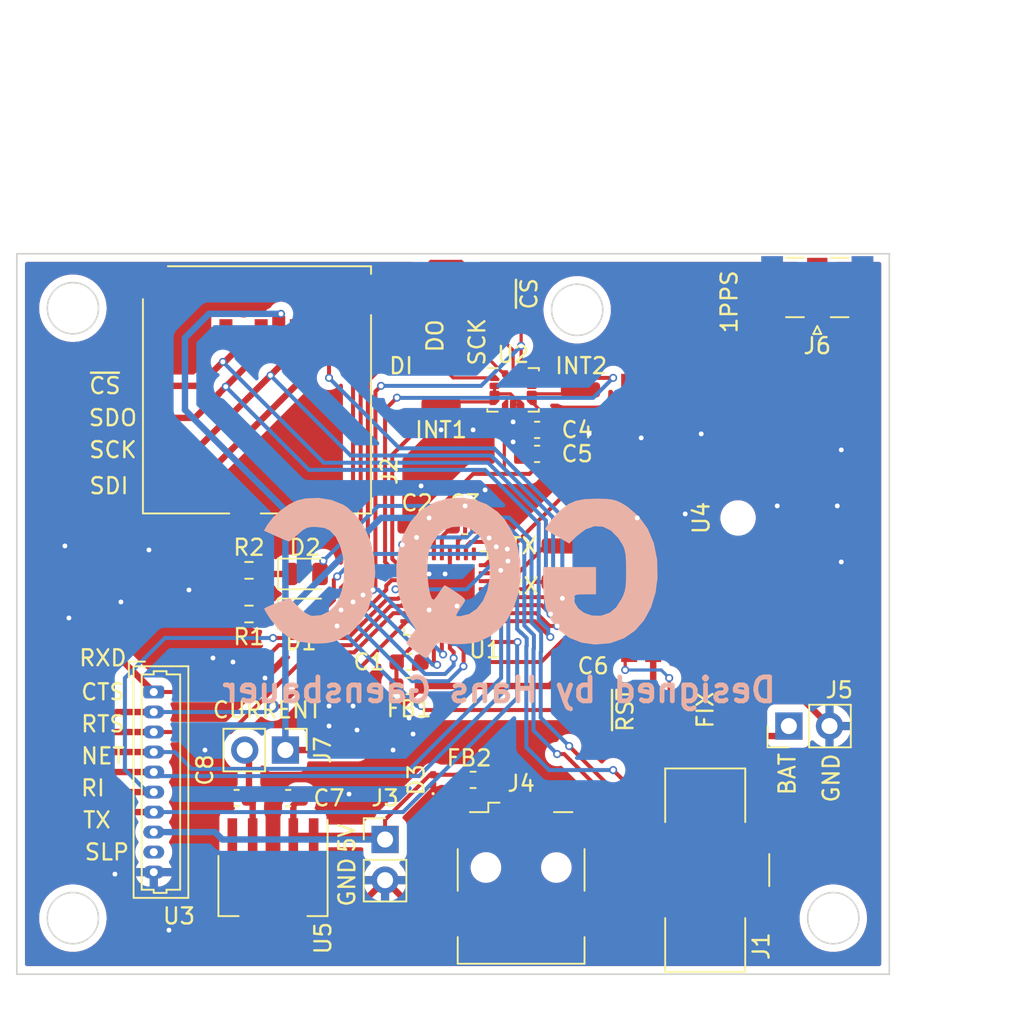
<source format=kicad_pcb>
(kicad_pcb (version 20211014) (generator pcbnew)
  (title_block (title "AATR Sensor") (date "2022-05-25") (rev "1") (company "GQC Atmospherics") (comment 1 "Designed by Hans Gaensbauer"))
  (layers (0 "F.Cu" signal) (31 "B.Cu" signal) (34 "B.Paste" user) (35 "F.Paste" user) (36 "B.SilkS" user "B.Silkscreen") (37 "F.SilkS" user "F.Silkscreen") (38 "B.Mask" user) (39 "F.Mask" user) (44 "Edge.Cuts" user))
  (net 0 "")
  (net 2 "/~{CS}")
  (net 3 "/SC1_SDO")
  (net 4 "+3V3")
  (net 5 "/SC1_SCK")
  (net 6 "GND")
  (net 7 "/SC1_SDI")
  (net 10 "/IMU_INT1")
  (net 11 "/IMU_INT2")
  (net 12 "/GPS_~{RST}")
  (net 13 "/GPS_1PPS")
  (net 14 "/SC0_TXD")
  (net 15 "/SC0_RXD")
  (net 16 "/SC0_RTS")
  (net 17 "/SC0_CTS")
  (net 18 "Net-(C1-Pad1)")
  (net 19 "/SC2_DI")
  (net 20 "/SC2_~{CS}")
  (net 21 "/SC2_DO")
  (net 22 "/SC2_SCK")
  (net 23 "/RB_SLP")
  (net 24 "/SC3_RXD")
  (net 25 "/SC3_TXD")
  (net 26 "/RB_NET")
  (net 27 "/RB_RI")
  (net 28 "Net-(D1-Pad2)")
  (net 29 "/~{SRST}")
  (net 30 "Net-(D2-Pad2)")
  (net 31 "Net-(C3-Pad1)")
  (net 32 "/SWCLK")
  (net 33 "/SWDIO")
  (net 36 "+5V")
  (net 37 "Net-(C8-Pad2)")
  (net 38 "Net-(D1-Pad1)")
  (net 39 "Net-(D2-Pad1)")
  (net 40 "Net-(FB2-Pad1)")
  (net 48 "Net-(J5-Pad1)")
  (net 49 "Net-(J6-Pad1)")
  (net 51 "/GPS_FIX")
  (footprint "Connector_PinHeader_2.54mm:PinHeader_1x02_P2.54mm_Vertical" (layer "F.Cu") (at 145.1 101.75 90)
    (fp_text reference "J5")
    (fp_text value "Conn_01x02_Male")
  )
  (footprint "GQC:RCU-0603" (layer "F.Cu") (at 99.375 103.625)
    (fp_text reference "TP21" hide)
    (fp_text value "TestPoint")
  )
  (footprint "Connector_PinHeader_2.54mm:PinHeader_1x02_P2.54mm_Vertical" (layer "F.Cu") (at 113.65 103.25 -90)
    (fp_text reference "J7")
    (fp_text value "Conn_01x02_Male")
  )
  (footprint "GQC:RCU-0603" (layer "F.Cu") (at 139.875 75.25 -90)
    (fp_text reference "TP4" hide)
    (fp_text value "TestPoint")
  )
  (footprint "Capacitor_SMD:C_0603_1608Metric" (layer "F.Cu") (at 124.875 89.25)
    (fp_text reference "C3")
    (fp_text value "1u")
  )
  (footprint "GQC:RCU-0603" (layer "F.Cu") (at 130.875 90.5)
    (fp_text reference "TP20" hide)
    (fp_text value "TestPoint")
  )
  (footprint "Capacitor_SMD:C_0603_1608Metric" (layer "F.Cu") (at 129.375 84.75)
    (fp_text reference "C5")
    (fp_text value "100n")
  )
  (footprint "GQC:RCU-0603" (layer "F.Cu") (at 99.375 99.625)
    (fp_text reference "TP8" hide)
    (fp_text value "TestPoint")
  )
  (footprint "Resistor_SMD:R_0603_1608Metric" (layer "F.Cu") (at 111.375 94.75 180)
    (fp_text reference "R1")
    (fp_text value "1k")
  )
  (footprint "GQC:RCU-0603" (layer "F.Cu") (at 99.625 84.5)
    (fp_text reference "TP16" hide)
    (fp_text value "TestPoint")
  )
  (footprint "GQC:RCU-0603" (layer "F.Cu") (at 99.375 101.625)
    (fp_text reference "TP7" hide)
    (fp_text value "TestPoint")
  )
  (footprint "GQC:RCU-0603" (layer "F.Cu") (at 130.875 92.75)
    (fp_text reference "TP19" hide)
    (fp_text value "TestPoint")
  )
  (footprint "GQC:USB_Mini-B_Wuerth_65100516121_Horizontal" (layer "F.Cu") (at 128.375 110.5875)
    (fp_text reference "J4")
    (fp_text value "USB_B_Mini")
  )
  (footprint "Inductor_SMD:L_0603_1608Metric" (layer "F.Cu") (at 125.375 105.1125 180)
    (fp_text reference "FB2")
    (fp_text value "FerriteBead_Small")
  )
  (footprint "Capacitor_SMD:C_0603_1608Metric" (layer "F.Cu") (at 132.875 95.75 -90)
    (fp_text reference "C6")
    (fp_text value "100n")
  )
  (footprint "Package_LGA:LGA-14_3x2.5mm_P0.5mm_LayoutBorder3x4y" (layer "F.Cu") (at 127.875 80.75)
    (fp_text reference "U2")
    (fp_text value "LSM6DSO32TR")
  )
  (footprint "GQC:FGPMMOPA6H" (layer "F.Cu") (at 141.875 88.75 90)
    (fp_text reference "U4")
    (fp_text value "PA1616S")
  )
  (footprint "GQC:RCU-0603" (layer "F.Cu") (at 125 74.75 90)
    (fp_text reference "TP12" hide)
    (fp_text value "TestPoint")
  )
  (footprint "GQC:RCU-0603" (layer "F.Cu") (at 99.375 107.625)
    (fp_text reference "TP5" hide)
    (fp_text value "TestPoint")
  )
  (footprint "GQC:RCU-0603" (layer "F.Cu") (at 123.375 79.25 180)
    (fp_text reference "TP9" hide)
    (fp_text value "TestPoint")
  )
  (footprint "Resistor_SMD:R_0603_1608Metric" (layer "F.Cu") (at 111.375 92.025)
    (fp_text reference "R2")
    (fp_text value "1k")
  )
  (footprint "GQC:3221-10-0300-00-TR" (layer "F.Cu") (at 139.875 110.75 90)
    (fp_text reference "J1")
    (fp_text value "Conn_02x05_Odd_Even")
  )
  (footprint "GQC:RCU-0603" (layer "F.Cu") (at 123.375 81.75)
    (fp_text reference "TP1" hide)
    (fp_text value "TestPoint")
  )
  (footprint "GQC:RCU-0603" (layer "F.Cu") (at 141.375 100.75 90)
    (fp_text reference "TP13" hide)
    (fp_text value "TestPoint")
  )
  (footprint "Capacitor_SMD:C_0603_1608Metric" (layer "F.Cu") (at 129.375 83.25)
    (fp_text reference "C4")
    (fp_text value "100n")
  )
  (footprint "GQC:SMA_Samtec_SMA-J-P-X-ST-EM1_EdgeMount" (layer "F.Cu") (at 146.875 74.5 180)
    (fp_text reference "J6")
    (fp_text value "Conn_Coaxial")
  )
  (footprint "GQC:SOT-223-6" (layer "F.Cu") (at 112.875 111.75 -90)
    (fp_text reference "U5")
    (fp_text value "MCP1793T-3302H-DC")
  )
  (footprint "GQC:RCU-0603" (layer "F.Cu") (at 99.375 105.625)
    (fp_text reference "TP22" hide)
    (fp_text value "TestPoint")
  )
  (footprint "GQC:RCU-0603" (layer "F.Cu") (at 99.375 97.625)
    (fp_text reference "TP6" hide)
    (fp_text value "TestPoint")
  )
  (footprint "Capacitor_SMD:C_0603_1608Metric" (layer "F.Cu") (at 110.6 106.25)
    (fp_text reference "C8")
    (fp_text value "100n")
  )
  (footprint "LED_SMD:LED_0805_2012Metric" (layer "F.Cu") (at 114.875 92.25)
    (fp_text reference "D2")
    (fp_text value "LED_Small")
  )
  (footprint "GQC:RCU-0603" (layer "F.Cu") (at 99.625 80.5)
    (fp_text reference "TP17" hide)
    (fp_text value "TestPoint")
  )
  (footprint "Capacitor_SMD:C_0603_1608Metric" (layer "F.Cu") (at 113.825 106.25)
    (fp_text reference "C7")
    (fp_text value "100n")
  )
  (footprint "Capacitor_SMD:C_0603_1608Metric" (layer "F.Cu") (at 121.375 97.75)
    (fp_text reference "C1")
    (fp_text value "100n")
  )
  (footprint "Connector_PinHeader_2.54mm:PinHeader_1x02_P2.54mm_Vertical" (layer "F.Cu") (at 119.875 108.8375)
    (fp_text reference "J3")
    (fp_text value "Conn_01x02_Male")
  )
  (footprint "Package_DFN_QFN:QFN-32-1EP_5x5mm_P0.5mm_EP3.6x3.6mm" (layer "F.Cu") (at 123.675 93.45)
    (fp_text reference "U1")
    (fp_text value "ATSAMD21E17D-M")
  )
  (footprint "Diode_SMD:D_0201_0603Metric" (layer "F.Cu") (at 122.875 105.1125 90)
    (fp_text reference "D3")
    (fp_text value "D_TVS_Filled")
  )
  (footprint "GQC:RCU-0603" (layer "F.Cu") (at 99.375 109.625)
    (fp_text reference "TP14" hide)
    (fp_text value "TestPoint")
  )
  (footprint "GQC:RCU-0603" (layer "F.Cu") (at 127 74.75 -90)
    (fp_text reference "TP10" hide)
    (fp_text value "TestPoint")
  )
  (footprint "GQC:RCU-0603" (layer "F.Cu") (at 132.085 80.75)
    (fp_text reference "TP2" hide)
    (fp_text value "TestPoint")
  )
  (footprint "GQC:Molex_PicoBlade_53047-1010_1x10_P1.25mm_Vertical" (layer "F.Cu") (at 105.425 99.625 -90)
    (fp_text reference "U3")
    (fp_text value "RockBLOCK-9603")
  )
  (footprint "GQC:RCU-0603" (layer "F.Cu") (at 99.625 86.5)
    (fp_text reference "TP18" hide)
    (fp_text value "TestPoint")
  )
  (footprint "GQC:RCU-0603" (layer "F.Cu") (at 99.625 82.5)
    (fp_text reference "TP15" hide)
    (fp_text value "TestPoint")
  )
  (footprint "GQC:RCU-0603" (layer "F.Cu") (at 136.375 100.75 90)
    (fp_text reference "TP3" hide)
    (fp_text value "TestPoint")
  )
  (footprint "LED_SMD:LED_0805_2012Metric" (layer "F.Cu") (at 114.875 94.75)
    (fp_text reference "D1")
    (fp_text value "LED_Small")
  )
  (footprint "GQC:RCU-0603" (layer "F.Cu") (at 123 74.75 90)
    (fp_text reference "TP11" hide)
    (fp_text value "TestPoint")
  )
  (footprint "Capacitor_SMD:C_0603_1608Metric" (layer "F.Cu") (at 121.875 89.25)
    (fp_text reference "C2")
    (fp_text value "100n")
  )
  (footprint "GQC:MEM2051-00-195-00-A" (layer "F.Cu") (at 111.875 80.75 180)
    (fp_text reference "J2")
    (fp_text value "Micro_SD_Card" hide)
  )
  (footprint "Inductor_SMD:L_0603_1608Metric" (layer "F.Cu") (at 121.375 99.25 180)
    (fp_text reference "FB1")
    (fp_text value "FerriteBead_Small")
  )
  (footprint "GQC:GQC-Logo" (layer "B.Cu") (at 124.625 92.5 180)
    (fp_text reference "G1" hide)
    (fp_text value "GQC-Logo" hide)
  )
  (gr_line (start 151.375 72.25) (end 96.875 72.25) (layer "Edge.Cuts") (width 0.1))
  (gr_circle (center 131.875 75.75) (end 133.475 75.75) (layer "Edge.Cuts") (width 0.1) (fill none))
  (gr_circle (center 147.875 113.75) (end 149.475 113.75) (layer "Edge.Cuts") (width 0.1) (fill none))
  (gr_line (start 96.875 72.25) (end 96.875 117.25) (layer "Edge.Cuts") (width 0.1))
  (gr_line (start 96.875 117.25) (end 151.375 117.25) (layer "Edge.Cuts") (width 0.1))
  (gr_circle (center 100.375 75.65) (end 101.975 75.65) (layer "Edge.Cuts") (width 0.1) (fill none))
  (gr_circle (center 100.375 113.75) (end 101.975 113.75) (layer "Edge.Cuts") (width 0.1) (fill none))
  (gr_line (start 151.375 117.25) (end 151.375 72.25) (layer "Edge.Cuts") (width 0.1))
  (gr_text "Designed by Hans Gaensbauer" (at 127 99.5) (layer "B.SilkS") (effects (font (size 1.5 1.5) (thickness 0.3)) (justify mirror)))
  (gr_text "CURRENT" (at 112.5 100.75) (layer "F.SilkS") (effects (font (size 1 1))))
  (gr_text "TX" (at 128.5 90.5) (layer "F.SilkS") (effects (font (size 1 1))))
  (gr_text "BAT" (at 145 104.75 90) (layer "F.SilkS") (effects (font (size 1 1))))
  (gr_text "SCK" (at 102.875 84.5) (layer "F.SilkS") (effects (font (size 1 1))))
  (gr_text "CTS" (at 102.25 99.625) (layer "F.SilkS") (effects (font (size 1 1))))
  (gr_text "SDI" (at 102.625 86.75) (layer "F.SilkS") (effects (font (size 1 1))))
  (gr_text "RXD" (at 102.25 97.5) (layer "F.SilkS") (effects (font (size 1 1))))
  (gr_text "GND" (at 117.5 111.5 90) (layer "F.SilkS") (effects (font (size 1 1))))
  (gr_text "DO" (at 123 78.5 90) (layer "F.SilkS") (effects (font (size 1 1)) (justify left)))
  (gr_text "SCK" (at 125.625 77.75 90) (layer "F.SilkS") (effects (font (size 1 1))))
  (gr_text "RX" (at 128.5 93) (layer "F.SilkS") (effects (font (size 1 1))))
  (gr_text "~{CS}" (at 128.875 74.75 90) (layer "F.SilkS") (effects (font (size 1 1))))
  (gr_text "NET" (at 102.25 103.625) (layer "F.SilkS") (effects (font (size 1 1))))
  (gr_text "RTS" (at 102.25 101.625) (layer "F.SilkS") (effects (font (size 1 1))))
  (gr_text "5V" (at 117.5 108.75 90) (layer "F.SilkS") (effects (font (size 1 1))))
  (gr_text "FIX" (at 139.875 100.75 90) (layer "F.SilkS") (effects (font (size 1 1))))
  (gr_text "1PPS" (at 141.375 75.25 90) (layer "F.SilkS") (effects (font (size 1 1))))
  (gr_text "GND" (at 147.75 105 90) (layer "F.SilkS") (effects (font (size 1 1))))
  (gr_text "~{RST}" (at 134.875 100.75 90) (layer "F.SilkS") (effects (font (size 1 1))))
  (gr_text "SLP" (at 102.5 109.625) (layer "F.SilkS") (effects (font (size 1 1))))
  (gr_text "SDO" (at 102.875 82.5) (layer "F.SilkS") (effects (font (size 1 1))))
  (gr_text "DI" (at 120.875 79.25) (layer "F.SilkS") (effects (font (size 1 1))))
  (gr_text "~{CS}" (at 102.375 80.5) (layer "F.SilkS") (effects (font (size 1 1))))
  (gr_text "RI" (at 101.625 105.625) (layer "F.SilkS") (effects (font (size 1 1))))
  (gr_text "INT1" (at 123.375 83.25) (layer "F.SilkS") (effects (font (size 1 1))))
  (gr_text "INT2" (at 132.125 79.25) (layer "F.SilkS") (effects (font (size 1 1))))
  (gr_text "TX" (at 101.875 107.625) (layer "F.SilkS") (effects (font (size 1 1))))
  (segment (start 108.243749 80.5) (end 109.743749 79) (width 0.4) (layer "F.Cu") (net 2))
  (segment (start 109.931249 78.931249) (end 111.034999 77.827499) (width 0.4) (layer "F.Cu") (net 2))
  (segment (start 126.125 94.2) (end 129.658394 94.2) (width 0.25) (layer "F.Cu") (net 2))
  (segment (start 99.625 80.5) (end 108.243749 80.5) (width 0.4) (layer "F.Cu") (net 2))
  (segment (start 129.658394 94.2) (end 130.214987 94.756593) (width 0.25) (layer "F.Cu") (net 2))
  (segment (start 109.862498 79) (end 109.743749 79) (width 0.4) (layer "F.Cu") (net 2))
  (segment (start 111.034999 77.827499) (end 111.034999 77.484599) (width 0.4) (layer "F.Cu") (net 2))
  (segment (start 109.931249 78.931249) (end 109.862498 79) (width 0.4) (layer "F.Cu") (net 2))
  (via (at 109.743749 79) (size 0.5) (drill 0.3) (layers "F.Cu" "B.Cu") (net 2))
  (via (at 130.214987 94.756593) (size 0.5) (drill 0.3) (layers "F.Cu" "B.Cu") (net 2))
  (segment (start 126.311194 85.30049) (end 116.044239 85.30049) (width 0.25) (layer "B.Cu") (net 2))
  (segment (start 130.214987 94.756593) (end 129.923043 94.464649) (width 0.25) (layer "B.Cu") (net 2))
  (segment (start 129.923043 94.464649) (end 129.923043 88.912339) (width 0.25) (layer "B.Cu") (net 2))
  (segment (start 116.044239 85.30049) (end 109.743749 79) (width 0.25) (layer "B.Cu") (net 2))
  (segment (start 129.923043 88.912339) (end 126.311194 85.30049) (width 0.25) (layer "B.Cu") (net 2))
  (segment (start 109.47432 81) (end 109.48716 80.98716) (width 0.4) (layer "F.Cu") (net 3))
  (segment (start 129.210223 95.2) (end 130.197032 96.186809) (width 0.25) (layer "F.Cu") (net 3))
  (segment (start 109.98716 80.48716) (end 112.134999 78.339321) (width 0.4) (layer "F.Cu") (net 3))
  (segment (start 126.125 95.2) (end 129.210223 95.2) (width 0.25) (layer "F.Cu") (net 3))
  (segment (start 112.134999 78.339321) (end 112.134999 77.0846) (width 0.4) (layer "F.Cu") (net 3))
  (segment (start 108 82.5) (end 99.625 82.5) (width 0.4) (layer "F.Cu") (net 3))
  (segment (start 109.48716 81.01284) (end 108 82.5) (width 0.4) (layer "F.Cu") (net 3))
  (segment (start 109.48716 80.98716) (end 109.48716 81.01284) (width 0.4) (layer "F.Cu") (net 3))
  (segment (start 109.48716 80.98716) (end 109.98716 80.48716) (width 0.4) (layer "F.Cu") (net 3))
  (segment (start 109.92466 80.54966) (end 109.98716 80.48716) (width 0.4) (layer "F.Cu") (net 3))
  (via (at 130.197032 96.186809) (size 0.5) (drill 0.3) (layers "F.Cu" "B.Cu") (net 3))
  (via (at 109.92466 80.54966) (size 0.5) (drill 0.3) (layers "F.Cu" "B.Cu") (net 3))
  (segment (start 129.473532 95.104942) (end 130.072043 95.703453) (width 0.25) (layer "B.Cu") (net 3))
  (segment (start 130.072043 95.703453) (end 130.072042 96.061819) (width 0.25) (layer "B.Cu") (net 3))
  (segment (start 129.473532 89.098532) (end 129.473532 95.104942) (width 0.25) (layer "B.Cu") (net 3))
  (segment (start 115.125 85.75) (end 126.125 85.75) (width 0.25) (layer "B.Cu") (net 3))
  (segment (start 130.072042 96.061819) (end 130.197032 96.186809) (width 0.25) (layer "B.Cu") (net 3))
  (segment (start 126.125 85.75) (end 129.473532 89.098532) (width 0.25) (layer "B.Cu") (net 3))
  (segment (start 109.92466 80.54966) (end 115.125 85.75) (width 0.25) (layer "B.Cu") (net 3))
  (segment (start 130.15 82.6125) (end 129.0375 81.5) (width 0.2) (layer "F.Cu") (net 4))
  (segment (start 141.89 113.29) (end 140.83 113.29) (width 0.2) (layer "F.Cu") (net 4))
  (segment (start 132.875 96.525) (end 134.9 96.525) (width 0.4) (layer "F.Cu") (net 4))
  (segment (start 134.9 96.525) (end 135.125 96.75) (width 0.4) (layer "F.Cu") (net 4))
  (segment (start 122.1625 99.25) (end 130.15 99.25) (width 0.4) (layer "F.Cu") (net 4))
  (segment (start 113.375 76) (end 113.375 76.7446) (width 0.4) (layer "F.Cu") (net 4))
  (segment (start 127.325499 81.712001) (end 127.325499 85.700499) (width 0.2) (layer "F.Cu") (net 4))
  (segment (start 122.65 88.775) (end 122.625 88.75) (width 0.4) (layer "F.Cu") (net 4))
  (segment (start 130.15 99.25) (end 132.875 96.525) (width 0.4) (layer "F.Cu") (net 4))
  (segment (start 134.875 98.25) (end 134.875 97) (width 0.2) (layer "F.Cu") (net 4))
  (segment (start 130.15 84.75) (end 130.15 83.25) (width 0.2) (layer "F.Cu") (net 4))
  (segment (start 134.875 97) (end 135.125 96.75) (width 0.2) (layer "F.Cu") (net 4))
  (segment (start 139.544511 107.419511) (end 137.625 105.5) (width 0.2) (layer "F.Cu") (net 4))
  (segment (start 113.65 103.25) (end 118.1625 103.25) (width 0.4) (layer "F.Cu") (net 4))
  (segment (start 128.9 86) (end 127.625 86) (width 0.25) (layer "F.Cu") (net 4))
  (segment (start 130.15 84.75) (end 128.9 86) (width 0.25) (layer "F.Cu") (net 4))
  (segment (start 127.325499 85.700499) (end 127.625 86) (width 0.2) (layer "F.Cu") (net 4))
  (segment (start 139.544511 112.004511) (end 139.544511 107.419511) (width 0.2) (layer "F.Cu") (net 4))
  (segment (start 122.925 91) (end 122.925 89.525) (width 0.25) (layer "F.Cu") (net 4))
  (segment (start 137.625 105.5) (end 137.625 98.75) (width 0.2) (layer "F.Cu") (net 4))
  (segment (start 130.15 83.25) (end 130.15 82.6125) (width 0.2) (layer "F.Cu") (net 4))
  (segment (start 127.375 81.6625) (end 127.325499 81.712001) (width 0.2) (layer "F.Cu") (net 4))
  (segment (start 140.83 113.29) (end 139.544511 112.004511) (width 0.2) (layer "F.Cu") (net 4))
  (segment (start 118.1625 103.25) (end 122.1625 99.25) (width 0.4) (layer "F.Cu") (net 4))
  (segment (start 122.925 89.525) (end 122.65 89.25) (width 0.25) (layer "F.Cu") (net 4))
  (segment (start 127.625 86) (end 125.375 86) (width 0.25) (layer "F.Cu") (net 4))
  (segment (start 113.375 76.7446) (end 113.235 76.8846) (width 0.4) (layer "F.Cu") (net 4))
  (segment (start 122.65 89.25) (end 122.65 88.775) (width 0.4) (layer "F.Cu") (net 4))
  (segment (start 125.375 86) (end 122.625 88.75) (width 0.25) (layer "F.Cu") (net 4))
  (via (at 134.875 98.25) (size 0.5) (drill 0.3) (layers "F.Cu" "B.Cu") (net 4))
  (via (at 137.625 98.75) (size 0.5) (drill 0.3) (layers "F.Cu" "B.Cu") (net 4))
  (via (at 122.625 88.75) (size 0.5) (drill 0.3) (layers "F.Cu" "B.Cu") (net 4))
  (via (at 113.375 76) (size 0.5) (drill 0.3) (layers "F.Cu" "B.Cu") (net 4))
  (segment (start 113.65 94.725) (end 113.65 88.275) (width 0.4) (layer "B.Cu") (net 4))
  (segment (start 108.875 76) (end 113.375 76) (width 0.4) (layer "B.Cu") (net 4))
  (segment (start 107.375 82) (end 107.375 77.5) (width 0.4) (layer "B.Cu") (net 4))
  (segment (start 134.875 98.25) (end 137.125 98.25) (width 0.2) (layer "B.Cu") (net 4))
  (segment (start 122.625 88.75) (end 119.625 88.75) (width 0.4) (layer "B.Cu") (net 4))
  (segment (start 137.125 98.25) (end 137.625 98.75) (width 0.2) (layer "B.Cu") (net 4))
  (segment (start 113.65 94.725) (end 113.65 103.25) (width 0.4) (layer "B.Cu") (net 4))
  (segment (start 119.625 88.75) (end 113.65 94.725) (width 0.4) (layer "B.Cu") (net 4))
  (segment (start 113.65 88.275) (end 107.375 82) (width 0.4) (layer "B.Cu") (net 4))
  (segment (start 107.375 77.5) (end 108.875 76) (width 0.4) (layer "B.Cu") (net 4))
  (segment (start 126.125 94.7) (end 129.321917 94.7) (width 0.25) (layer "F.Cu") (net 5))
  (segment (start 114.335 78.2339) (end 108.0689 84.5) (width 0.4) (layer "F.Cu") (net 5))
  (segment (start 108.0689 84.5) (end 99.625 84.5) (width 0.4) (layer "F.Cu") (net 5))
  (segment (start 130.145927 95.5) (end 130.625 95.5) (width 0.25) (layer "F.Cu") (net 5))
  (segment (start 129.321917 94.7) (end 129.372406 94.750489) (width 0.25) (layer "F.Cu") (net 5))
  (segment (start 114.335 77.0846) (end 114.335 78.2339) (width 0.4) (layer "F.Cu") (net 5))
  (segment (start 129.396417 94.75049) (end 130.145927 95.5) (width 0.25) (layer "F.Cu") (net 5))
  (segment (start 129.372406 94.750489) (end 129.396417 94.75049) (width 0.25) (layer "F.Cu") (net 5))
  (via (at 130.625 95.5) (size 0.5) (drill 0.3) (layers "F.Cu" "B.Cu") (net 5))
  (via (at 112.72195 79.84695) (size 0.5) (drill 0.3) (layers "F.Cu" "B.Cu") (net 5))
  (segment (start 130.789488 95.335512) (end 130.625 95.5) (width 0.25) (layer "B.Cu") (net 5))
  (segment (start 130.372554 94.101692) (end 130.789488 94.518626) (width 0.25) (layer "B.Cu") (net 5))
  (segment (start 130.372554 88.726146) (end 130.372554 94.101692) (width 0.25) (layer "B.Cu") (net 5))
  (segment (start 117.725978 84.850978) (end 126.497388 84.85098) (width 0.25) (layer "B.Cu") (net 5))
  (segment (start 126.497388 84.85098) (end 130.372554 88.726146) (width 0.25) (layer "B.Cu") (net 5))
  (segment (start 130.789488 94.518626) (end 130.789488 95.335512) (width 0.25) (layer "B.Cu") (net 5))
  (segment (start 112.72195 79.84695) (end 117.725978 84.850978) (width 0.25) (layer "B.Cu") (net 5))
  (segment (start 145.625 99.735) (end 145.625 96.75) (width 0.4) (layer "F.Cu") (net 6))
  (segment (start 109.825 106.25) (end 108.125 107.95) (width 0.4) (layer "F.Cu") (net 6))
  (segment (start 118.7525 112.5) (end 112.875 112.5) (width 0.4) (layer "F.Cu") (net 6))
  (segment (start 108.125 110.875) (end 105.425 110.875) (width 0.4) (layer "F.Cu") (net 6))
  (segment (start 122.425 95.9) (end 122.425 97.475) (width 0.25) (layer "F.Cu") (net 6))
  (segment (start 122.425 94.7) (end 122.625 94.5) (width 0.25) (layer "F.Cu") (net 6))
  (segment (start 121.1 89.25) (end 121.1 87.775) (width 0.25) (layer "F.Cu") (net 6))
  (segment (start 126.7125 80.5) (end 126.7125 81) (width 0.2) (layer "F.Cu") (net 6))
  (segment (start 122.425 95.9) (end 122.425 94.7) (width 0.25) (layer "F.Cu") (net 6))
  (segment (start 123.925 91) (end 123.925 93.2) (width 0.25) (layer "F.Cu") (net 6))
  (segment (start 123.675 93.55) (end 124.375 94.25) (width 0.25) (layer "F.Cu") (net 6))
  (segment (start 111.75 110.875) (end 112.875 109.75) (width 0.4) (layer "F.Cu") (net 6))
  (segment (start 125.65 89.25) (end 125.65 87.475) (width 0.25) (layer "F.Cu") (net 6))
  (segment (start 123.675 92.3) (end 123.625 92.25) (width 0.25) (layer "F.Cu") (net 6))
  (segment (start 129.975 107.9875) (end 132.775 107.9875) (width 0.4) (layer "F.Cu") (net 6))
  (segment (start 119.875 111.3775) (end 121.985 113.4875) (width 0.4) (layer "F.Cu") (net 6))
  (segment (start 128.375 83.025) (end 128.6 83.25) (width 0.2) (layer "F.Cu") (net 6))
  (segment (start 122.625 94.5) (end 123.675 93.45) (width 0.25) (layer "F.Cu") (net 6))
  (segment (start 111.25 110.875) (end 111.75 110.875) (width 0.4) (layer "F.Cu") (net 6))
  (segment (start 125.65 87.475) (end 126.125 87) (width 0.25) (layer "F.Cu") (net 6))
  (segment (start 112.875 106.425) (end 113.05 106.25) (width 0.4) (layer "F.Cu") (net 6))
  (segment (start 122.425 97.475) (end 122.15 97.75) (width 0.25) (layer "F.Cu") (net 6))
  (segment (start 123.975 113.4875) (end 132.775 113.4875) (width 0.4) (layer "F.Cu") (net 6))
  (segment (start 123.675 93.45) (end 123.675 92.3) (width 0.25) (layer "F.Cu") (net 6))
  (segment (start 112.875 109.75) (end 112.875 108.6125) (width 0.4) (layer "F.Cu") (net 6))
  (segment (start 123.975 107.9875) (end 123.975 113.4875) (width 0.4) (layer "F.Cu") (net 6))
  (segment (start 123.925 93.2) (end 123.675 93.45) (width 0.25) (layer "F.Cu") (net 6))
  (segment (start 147.64 101.75) (end 145.625 99.735) (width 0.4) (layer "F.Cu") (net 6))
  (segment (start 123.675 93.45) (end 123.675 93.55) (width 0.25) (layer "F.Cu") (net 6))
  (segment (start 127.7125 81) (end 128.375 81.6625) (width 0.2) (layer "F.Cu") (net 6))
  (segment (start 128.375 81.6625) (end 127.875 81.6625) (width 0.2) (layer "F.Cu") (net 6))
  (segment (start 121.1 87.775) (end 122.125 86.75) (width 0.25) (layer "F.Cu") (net 6))
  (segment (start 112.875 114.9125) (end 112.875 112.5) (width 0.4) (layer "F.Cu") (net 6))
  (segment (start 128.6 83.25) (end 128.6 84.75) (width 0.2) (layer "F.Cu") (net 6))
  (segment (start 126.7125 81) (end 127.7125 81) (width 0.2) (layer "F.Cu") (net 6))
  (segment (start 121.985 113.4875) (end 123.975 113.4875) (width 0.4) (layer "F.Cu") (net 6))
  (segment (start 128.375 83.25) (end 127.875 82.75) (width 0.2) (layer "F.Cu") (net 6))
  (segment (start 128.375 81.6625) (end 128.375 83.025) (width 0.2) (layer "F.Cu") (net 6))
  (segment (start 128.6 83.25) (end 128.375 83.25) (width 0.2) (layer "F.Cu") (net 6))
  (segment (start 105.425 110.875) (end 111.25 110.875) (width 0.4) (layer "F.Cu") (net 6))
  (segment (start 132.775 107.9875) (end 132.775 113.4875) (width 0.4) (layer "F.Cu") (net 6))
  (segment (start 112.875 108.6125) (end 112.875 106.425) (width 0.4) (layer "F.Cu") (net 6))
  (segment (start 119.875 111.3775) (end 118.7525 112.5) (width 0.4) (layer "F.Cu") (net 6))
  (segment (start 112.875 112.5) (end 111.25 110.875) (width 0.4) (layer "F.Cu") (net 6))
  (segment (start 108.125 107.95) (end 108.125 110.875) (width 0.4) (layer "F.Cu") (net 6))
  (via (at 139.625 83.5) (size 0.5) (drill 0.3) (layers "F.Cu" "B.Cu") (net 6))
  (via (at 138.625 88.5) (size 0.5) (drill 0.3) (layers "F.Cu" "B.Cu") (net 6))
  (via (at 123.625 92.25) (size 0.5) (drill 0.3) (layers "F.Cu" "B.Cu") (net 6))
  (via (at 125.375 83.25) (size 0.5) (drill 0.3) (layers "F.Cu" "B.Cu") (net 6))
  (via (at 110.375 97.75) (size 0.5) (drill 0.3) (layers "F.Cu" "B.Cu") (net 6))
  (via (at 107.625 93.25) (size 0.5) (drill 0.3) (layers "F.Cu" "B.Cu") (net 6))
  (via (at 122.625 92.25) (size 0.5) (drill 0.3) (layers "F.Cu" "B.Cu") (net 6))
  (via (at 116.375 100.5) (size 0.5) (drill 0.3) (layers "F.Cu" "B.Cu") (net 6))
  (via (at 103.375 94) (size 0.5) (drill 0.3) (layers "F.Cu" "B.Cu") (net 6))
  (via (at 116.375 101.75) (size 0.5) (drill 0.3) (layers "F.Cu" "B.Cu") (net 6))
  (via (at 144.375 88) (size 0.5) (drill 0.3) (layers "F.Cu" "B.Cu") (net 6))
  (via (at 117.625 106) (size 0.5) (drill 0.3) (layers "F.Cu" "B.Cu") (net 6))
  (via (at 122.125 86.75) (size 0.5) (drill 0.3) (layers "F.Cu" "B.Cu") (net 6))
  (via (at 123.375 83.25) (size 0.5) (drill 0.3) (layers "F.Cu" "B.Cu") (net 6))
  (via (at 118.125 102) (size 0.5) (drill 0.3) (layers "F.Cu" "B.Cu") (net 6))
  (via (at 122.625 94.5) (size 0.5) (drill 0.3) (layers "F.Cu" "B.Cu") (net 6))
  (via (at 105.125 90.75) (size 0.5) (drill 0.3) (layers "F.Cu" "B.Cu") (net 6))
  (via (at 121.625 102.25) (size 0.5) (drill 0.3) (layers "F.Cu" "B.Cu") (net 6))
  (via (at 106.375 114.5) (size 0.5) (drill 0.3) (layers "F.Cu" "B.Cu") (net 6))
  (via (at 117.875 100.5) (size 0.5) (drill 0.3) (layers "F.Cu" "B.Cu") (net 6))
  (via (at 109.125 97.5) (size 0.5) (drill 0.3) (layers "F.Cu" "B.Cu") (net 6))
  (via (at 121.375 101.25) (size 0.5) (drill 0.3) (layers "F.Cu" "B.Cu") (net 6))
  (via (at 108.625 103.25) (size 0.5) (drill 0.3) (layers "F.Cu" "B.Cu") (net 6))
  (via (at 99.875 90.5) (size 0.5) (drill 0.3) (layers "F.Cu" "B.Cu") (net 6))
  (via (at 126.125 87) (size 0.5) (drill 0.3) (layers "F.Cu" "B.Cu") (net 6))
  (via (at 103 111) (size 0.5) (drill 0.3) (layers "F.Cu" "B.Cu") (net 6))
  (via (at 112.375 98.75) (size 0.5) (drill 0.3) (layers "F.Cu" "B.Cu") (net 6))
  (via (at 148.125 88) (size 0.5) (drill 0.3) (layers "F.Cu" "B.Cu") (net 6))
  (via (at 124.375 94.25) (size 0.5) (drill 0.3) (layers "F.Cu" "B.Cu") (net 6))
  (via (at 120.375 103.25) (size 0.5) (drill 0.3) (layers "F.Cu" "B.Cu") (net 6))
  (via (at 135.875 83.75) (size 0.5) (drill 0.3) (layers "F.Cu" "B.Cu") (net 6))
  (via (at 100.125 95) (size 0.5) (drill 0.3) (layers "F.Cu" "B.Cu") (net 6))
  (via (at 127.875 82.75) (size 0.5) (drill 0.3) (layers "F.Cu" "B.Cu") (net 6))
  (via (at 148.375 84.5) (size 0.5) (drill 0.3) (layers "F.Cu" "B.Cu") (net 6))
  (via (at 132.625 83.5) (size 0.5) (drill 0.3) (layers "F.Cu" "B.Cu") (net 6))
  (via (at 148.375 91.5) (size 0.5) (drill 0.3) (layers "F.Cu" "B.Cu") (net 6))
  (via (at 127.875 84) (size 0.5) (drill 0.3) (layers "F.Cu" "B.Cu") (net 6))
  (via (at 135.625 88.75) (size 0.5) (drill 0.3) (layers "F.Cu" "B.Cu") (net 6))
  (segment (start 127.875 82.75) (end 127.875 84) (width 0.2) (layer "B.Cu") (net 6))
  (segment (start 99.625 86.5) (end 108.268784 86.5) (width 0.4) (layer "F.Cu") (net 7))
  (segment (start 108.268784 86.5) (end 116.534884 78.2339) (width 0.4) (layer "F.Cu") (net 7))
  (segment (start 116.375 80) (end 116.375 78.393784) (width 0.25) (layer "F.Cu") (net 7))
  (segment (start 116.534884 78.2339) (end 116.534884 77.0846) (width 0.4) (layer "F.Cu") (net 7))
  (segment (start 130.878821 93.7) (end 130.9495 93.770679) (width 0.25) (layer "F.Cu") (net 7))
  (segment (start 116.375 78.393784) (end 116.534884 78.2339) (width 0.25) (layer "F.Cu") (net 7))
  (segment (start 126.125 93.7) (end 130.878821 93.7) (width 0.25) (layer "F.Cu") (net 7))
  (via (at 130.9495 93.770679) (size 0.5) (drill 0.3) (layers "F.Cu" "B.Cu") (net 7))
  (via (at 116.375 80) (size 0.5) (drill 0.3) (layers "F.Cu" "B.Cu") (net 7))
  (segment (start 130.9495 88.667388) (end 130.9495 93.770679) (width 0.25) (layer "B.Cu") (net 7))
  (segment (start 126.683581 84.401469) (end 130.9495 88.667388) (width 0.25) (layer "B.Cu") (net 7))
  (segment (start 116.375 80) (end 120.776469 84.401469) (width 0.25) (layer "B.Cu") (net 7))
  (segment (start 120.776469 84.401469) (end 126.683581 84.401469) (width 0.25) (layer "B.Cu") (net 7))
  (segment (start 120.32548 84.79952) (end 123.375 81.75) (width 0.25) (layer "F.Cu") (net 10))
  (segment (start 121.225 91.7) (end 120.710704 91.7) (width 0.25) (layer "F.Cu") (net 10))
  (segment (start 120.710704 91.7) (end 120.32548 91.314776) (width 0.25) (layer "F.Cu") (net 10))
  (segment (start 123.625 81.5) (end 123.375 81.75) (width 0.2) (layer "F.Cu") (net 10))
  (segment (start 126.7125 81.5) (end 123.625 81.5) (width 0.2) (layer "F.Cu") (net 10))
  (segment (start 120.32548 91.314776) (end 120.32548 84.79952) (width 0.25) (layer "F.Cu") (net 10))
  (segment (start 119.875 91.5) (end 119.875 81.979226) (width 0.25) (layer "F.Cu") (net 11))
  (segment (start 129.0375 81) (end 131.835 81) (width 0.2) (layer "F.Cu") (net 11))
  (segment (start 121.225 92.2) (end 121.213141 92.188141) (width 0.25) (layer "F.Cu") (net 11))
  (segment (start 131.835 81) (end 132.085 80.75) (width 0.2) (layer "F.Cu") (net 11))
  (segment (start 121.213141 92.188141) (end 120.563141 92.188141) (width 0.25) (layer "F.Cu") (net 11))
  (segment (start 132.835 80) (end 132.085 80.75) (width 0.25) (layer "F.Cu") (net 11))
  (segment (start 120.563141 92.188141) (end 119.875 91.5) (width 0.25) (layer "F.Cu") (net 11))
  (segment (start 119.875 81.979226) (end 120.618075 81.236151) (width 0.25) (layer "F.Cu") (net 11))
  (segment (start 134.125 80) (end 132.835 80) (width 0.25) (layer "F.Cu") (net 11))
  (via (at 120.618075 81.236151) (size 0.5) (drill 0.3) (layers "F.Cu" "B.Cu") (net 11))
  (via (at 134.125 80) (size 0.5) (drill 0.3) (layers "F.Cu" "B.Cu") (net 11))
  (segment (start 132.875 81.25) (end 120.631924 81.25) (width 0.25) (layer "B.Cu") (net 11))
  (segment (start 120.631924 81.25) (end 120.618075 81.236151) (width 0.25) (layer "B.Cu") (net 11))
  (segment (start 134.125 80) (end 132.875 81.25) (width 0.25) (layer "B.Cu") (net 11))
  (segment (start 136.625 100.5) (end 136.375 100.75) (width 0.4) (layer "F.Cu") (net 12))
  (segment (start 136.625 96.75) (end 136.625 100.5) (width 0.4) (layer "F.Cu") (net 12))
  (segment (start 122.375 100.75) (end 122.125 100.5) (width 0.25) (layer "F.Cu") (net 12))
  (segment (start 117.687468 95.5) (end 116.875 95.5) (width 0.25) (layer "F.Cu") (net 12))
  (segment (start 120.288589 92.637652) (end 119.949501 92.97674) (width 0.25) (layer "F.Cu") (net 12))
  (segment (start 119.949501 93.237967) (end 117.687468 95.5) (width 0.25) (layer "F.Cu") (net 12))
  (segment (start 121.225 92.7) (end 120.826871 92.7) (width 0.25) (layer "F.Cu") (net 12))
  (segment (start 119.949501 92.97674) (end 119.949501 93.237967) (width 0.25) (layer "F.Cu") (net 12))
  (segment (start 136.375 100.75) (end 122.375 100.75) (width 0.25) (layer "F.Cu") (net 12))
  (segment (start 120.826871 92.7) (end 120.764523 92.637652) (width 0.25) (layer "F.Cu") (net 12))
  (segment (start 120.764523 92.637652) (end 120.288589 92.637652) (width 0.25) (layer "F.Cu") (net 12))
  (via (at 122.125 100.5) (size 0.5) (drill 0.3) (layers "F.Cu" "B.Cu") (net 12))
  (via (at 116.875 95.5) (size 0.5) (drill 0.3) (layers "F.Cu" "B.Cu") (net 12))
  (segment (start 121.875 100.5) (end 122.125 100.5) (width 0.25) (layer "B.Cu") (net 12))
  (segment (start 116.875 95.5) (end 121.875 100.5) (width 0.25) (layer "B.Cu") (net 12))
  (segment (start 145.625 81.25) (end 141.375 85.5) (width 0.25) (layer "F.Cu") (net 13))
  (segment (start 121.225 93.2) (end 120.538709 93.2) (width 0.25) (layer "F.Cu") (net 13))
  (segment (start 120.538709 93.2) (end 120.526556 93.212153) (width 0.25) (layer "F.Cu") (net 13))
  (segment (start 141.375 85.5) (end 132.875 85.5) (width 0.25) (layer "F.Cu") (net 13))
  (segment (start 145.625 80.25) (end 140.625 75.25) (width 0.25) (layer "F.Cu") (net 13))
  (segment (start 145.625 80.75) (end 145.625 80.25) (width 0.25) (layer "F.Cu") (net 13))
  (segment (start 145.625 80.75) (end 145.625 81.25) (width 0.25) (layer "F.Cu") (net 13))
  (segment (start 132.875 85.5) (end 127.677042 90.697958) (width 0.25) (layer "F.Cu") (net 13))
  (segment (start 140.625 75.25) (end 139.875 75.25) (width 0.25) (layer "F.Cu") (net 13))
  (segment (start 127.677042 90.697958) (end 127.510492 90.697958) (width 0.25) (layer "F.Cu") (net 13))
  (via (at 120.526556 93.212153) (size 0.5) (drill 0.3) (layers "F.Cu" "B.Cu") (net 13))
  (via (at 127.510492 90.697958) (size 0.5) (drill 0.3) (layers "F.Cu" "B.Cu") (net 13))
  (segment (start 124.970711 93.212153) (end 120.526556 93.212153) (width 0.25) (layer "B.Cu") (net 13))
  (segment (start 127.312533 90.870331) (end 124.970711 93.212153) (width 0.25) (layer "B.Cu") (net 13))
  (segment (start 127.510492 90.697958) (end 127.338119 90.870331) (width 0.25) (layer "B.Cu") (net 13))
  (segment (start 127.338119 90.870331) (end 127.312533 90.870331) (width 0.25) (layer "B.Cu") (net 13))
  (segment (start 103.125 105.875) (end 105.425 105.875) (width 0.4) (layer "F.Cu") (net 14))
  (segment (start 101.375 107.625) (end 103.125 105.875) (width 0.4) (layer "F.Cu") (net 14))
  (segment (start 120.727192 93.75048) (end 120.676712 93.80096) (width 0.25) (layer "F.Cu") (net 14))
  (segment (start 121.17452 93.75048) (end 120.727192 93.75048) (width 0.25) (layer "F.Cu") (net 14))
  (segment (start 117.573172 96.25) (end 112.875 96.25) (width 0.25) (layer "F.Cu") (net 14))
  (segment (start 120.022212 93.80096) (end 117.573172 96.25) (width 0.25) (layer "F.Cu") (net 14))
  (segment (start 120.676712 93.80096) (end 120.022212 93.80096) (width 0.25) (layer "F.Cu") (net 14))
  (segment (start 99.375 107.625) (end 101.375 107.625) (width 0.4) (layer "F.Cu") (net 14))
  (segment (start 121.225 93.7) (end 121.17452 93.75048) (width 0.25) (layer "F.Cu") (net 14))
  (via (at 112.875 96.25) (size 0.5) (drill 0.3) (layers "F.Cu" "B.Cu") (net 14))
  (segment (start 103.625 104.5) (end 103.625 98.775) (width 0.25) (layer "B.Cu") (net 14))
  (segment (start 105.025 105.875) (end 103.625 104.475) (width 0.25) (layer "B.Cu") (net 14))
  (segment (start 103.625 98.75) (end 106.125 96.25) (width 0.25) (layer "B.Cu") (net 14))
  (segment (start 105.425 105.875) (end 105.025 105.875) (width 0.25) (layer "B.Cu") (net 14))
  (segment (start 106.125 96.25) (end 112.875 96.25) (width 0.25) (layer "B.Cu") (net 14))
  (segment (start 105.425 99.625) (end 110.312468 99.625) (width 0.25) (layer "F.Cu") (net 15))
  (segment (start 117.759365 96.699511) (end 120.208396 94.25048) (width 0.25) (layer "F.Cu") (net 15))
  (segment (start 99.375 97.625) (end 103.425 97.625) (width 0.4) (layer "F.Cu") (net 15))
  (segment (start 121.17452 94.25048) (end 121.225 94.2) (width 0.25) (layer "F.Cu") (net 15))
  (segment (start 103.425 97.625) (end 105.425 99.625) (width 0.4) (layer "F.Cu") (net 15))
  (segment (start 120.208396 94.25048) (end 121.17452 94.25048) (width 0.25) (layer "F.Cu") (net 15))
  (segment (start 110.312468 99.625) (end 113.237957 96.699511) (width 0.25) (layer "F.Cu") (net 15))
  (segment (start 113.237957 96.699511) (end 117.759365 96.699511) (width 0.25) (layer "F.Cu") (net 15))
  (segment (start 110.2264 102.125) (end 105.425 102.125) (width 0.25) (layer "F.Cu") (net 16))
  (segment (start 102.125 102.125) (end 105.425 102.125) (width 0.4) (layer "F.Cu") (net 16))
  (segment (start 99.5 101.5) (end 101.5 101.5) (width 0.4) (layer "F.Cu") (net 16))
  (segment (start 101.5 101.5) (end 102.125 102.125) (width 0.4) (layer "F.Cu") (net 16))
  (segment (start 120.394581 94.7) (end 117.94556 97.149021) (width 0.25) (layer "F.Cu") (net 16))
  (segment (start 121.225 94.7) (end 120.394581 94.7) (width 0.25) (layer "F.Cu") (net 16))
  (segment (start 115.202379 97.149021) (end 110.2264 102.125) (width 0.25) (layer "F.Cu") (net 16))
  (segment (start 117.94556 97.149021) (end 115.202379 97.149021) (width 0.25) (layer "F.Cu") (net 16))
  (segment (start 99.375 101.625) (end 99.5 101.5) (width 0.4) (layer "F.Cu") (net 16))
  (segment (start 115.550511 98.300489) (end 113.3255 100.5255) (width 0.25) (layer "F.Cu") (net 17))
  (segment (start 103 101) (end 103.125 100.875) (width 0.4) (layer "F.Cu") (net 17))
  (segment (start 103.125 100.875) (end 105.425 100.875) (width 0.4) (layer "F.Cu") (net 17))
  (segment (start 121.225 95.2) (end 118.124511 98.300489) (width 0.25) (layer "F.Cu") (net 17))
  (segment (start 113.3255 100.5255) (end 112.8505 100.5255) (width 0.25) (layer "F.Cu") (net 17))
  (segment (start 101.625 99.625) (end 103 101) (width 0.4) (layer "F.Cu") (net 17))
  (segment (start 118.124511 98.300489) (end 115.550511 98.300489) (width 0.25) (layer "F.Cu") (net 17))
  (segment (start 99.375 99.625) (end 101.625 99.625) (width 0.4) (layer "F.Cu") (net 17))
  (via (at 112.8505 100.5255) (size 0.8) (drill 0.4) (layers "F.Cu" "B.Cu") (net 17))
  (segment (start 105.425 100.875) (end 112.501 100.875) (width 0.25) (layer "B.Cu") (net 17))
  (segment (start 112.501 100.875) (end 112.8505 100.5255) (width 0.25) (layer "B.Cu") (net 17))
  (segment (start 120.5875 97.7625) (end 120.6 97.75) (width 0.25) (layer "F.Cu") (net 18))
  (segment (start 121.925 96.425) (end 120.6 97.75) (width 0.25) (layer "F.Cu") (net 18))
  (segment (start 120.5875 99.25) (end 120.5875 97.7625) (width 0.25) (layer "F.Cu") (net 18))
  (segment (start 121.925 95.9) (end 121.925 96.425) (width 0.25) (layer "F.Cu") (net 18))
  (segment (start 122.925 95.9) (end 122.92452 95.90048) (width 0.25) (layer "F.Cu") (net 19))
  (segment (start 122.92452 95.90048) (end 122.92452 97.724909) (width 0.25) (layer "F.Cu") (net 19))
  (segment (start 123.375 79.25) (end 119.760704 79.25) (width 0.25) (layer "F.Cu") (net 19))
  (segment (start 118.800499 92.512033) (end 118.550499 92.762033) (width 0.25) (layer "F.Cu") (net 19))
  (segment (start 119.760704 79.25) (end 118.800499 80.210205) (width 0.25) (layer "F.Cu") (net 19))
  (segment (start 118.800499 80.210205) (end 118.800499 92.512033) (width 0.25) (layer "F.Cu") (net 19))
  (segment (start 122.92452 97.724909) (end 123.125111 97.9255) (width 0.25) (layer "F.Cu") (net 19))
  (segment (start 118.550499 93.511674) (end 118.499346 93.562827) (width 0.25) (layer "F.Cu") (net 19))
  (segment (start 126.7125 80) (end 124.125 80) (width 0.2) (layer "F.Cu") (net 19))
  (segment (start 124.125 80) (end 123.375 79.25) (width 0.2) (layer "F.Cu") (net 19))
  (segment (start 118.550499 92.762033) (end 118.550499 93.511674) (width 0.25) (layer "F.Cu") (net 19))
  (via (at 118.499346 93.562827) (size 0.5) (drill 0.3) (layers "F.Cu" "B.Cu") (net 19))
  (via (at 123.125111 97.9255) (size 0.5) (drill 0.3) (layers "F.Cu" "B.Cu") (net 19))
  (segment (start 123.125111 97.9255) (end 122.862019 97.9255) (width 0.25) (layer "B.Cu") (net 19))
  (segment (start 122.862019 97.9255) (end 118.499346 93.562827) (width 0.25) (layer "B.Cu") (net 19))
  (segment (start 119.27402 93.10098) (end 119.125 93.25) (width 0.25) (layer "F.Cu") (net 20))
  (segment (start 123.425 95.9) (end 123.425 97.205787) (width 0.25) (layer "F.Cu") (net 20))
  (segment (start 128.375 76.25) (end 126.875 74.75) (width 0.2) (layer "F.Cu") (net 20))
  (segment (start 128.375 79.8375) (end 128.375 78) (width 0.2) (layer "F.Cu") (net 20))
  (segment (start 119.625 80.5) (end 119.27402 80.85098) (width 0.25) (layer "F.Cu") (net 20))
  (segment (start 123.425 97.205787) (end 123.49902 97.279807) (width 0.25) (layer "F.Cu") (net 20))
  (segment (start 128.375 78) (end 128.375 76.25) (width 0.2) (layer "F.Cu") (net 20))
  (segment (start 119.27402 80.85098) (end 119.27402 93.10098) (width 0.25) (layer "F.Cu") (net 20))
  (via (at 128.375 78) (size 0.5) (drill 0.3) (layers "F.Cu" "B.Cu") (net 20))
  (via (at 119.125 93.25) (size 0.5) (drill 0.3) (layers "F.Cu" "B.Cu") (net 20))
  (via (at 119.625 80.5) (size 0.5) (drill 0.3) (layers "F.Cu" "B.Cu") (net 20))
  (via (at 123.49902 97.279807) (size 0.5) (drill 0.3) (layers "F.Cu" "B.Cu") (net 20))
  (segment (start 123.49902 97.279807) (end 119.469213 93.25) (width 0.25) (layer "B.Cu") (net 20))
  (segment (start 119.625 80.5) (end 125.875 80.5) (width 0.25) (layer "B.Cu") (net 20))
  (segment (start 125.875 80.5) (end 128.375 78) (width 0.25) (layer "B.Cu") (net 20))
  (segment (start 119.469213 93.25) (end 119.125 93.25) (width 0.25) (layer "B.Cu") (net 20))
  (segment (start 123.925 95.9) (end 123.925 96.893319) (width 0.25) (layer "F.Cu") (net 21))
  (segment (start 117.875 93) (end 117.875 94) (width 0.25) (layer "F.Cu") (net 21))
  (segment (start 123.925 96.893319) (end 124.158888 97.127207) (width 0.25) (layer "F.Cu") (net 21))
  (segment (start 118.100989 92.774011) (end 117.875 93) (width 0.25) (layer "F.Cu") (net 21))
  (segment (start 123 75.4625) (end 123 74.75) (width 0.2) (layer "F.Cu") (net 21))
  (segment (start 123.875 76.3375) (end 127.375 79.8375) (width 0.2) (layer "F.Cu") (net 21))
  (segment (start 123 74.75) (end 118.350989 79.399011) (width 0.25) (layer "F.Cu") (net 21))
  (segment (start 118.350989 79.399011) (end 118.350989 92.325839) (width 0.25) (layer "F.Cu") (net 21))
  (segment (start 118.100988 92.57584) (end 118.100989 92.774011) (width 0.25) (layer "F.Cu") (net 21))
  (segment (start 123.875 76.3375) (end 123 75.4625) (width 0.2) (layer "F.Cu") (net 21))
  (segment (start 118.350989 92.325839) (end 118.100988 92.57584) (width 0.25) (layer "F.Cu") (net 21))
  (segment (start 124.158888 97.127207) (end 124.158888 97.511923) (width 0.25) (layer "F.Cu") (net 21))
  (via (at 117.875 94) (size 0.5) (drill 0.3) (layers "F.Cu" "B.Cu") (net 21))
  (via (at 124.158888 97.511923) (size 0.5) (drill 0.3) (layers "F.Cu" "B.Cu") (net 21))
  (segment (start 123.625 98.5) (end 122.375 98.5) (width 0.25) (layer "B.Cu") (net 21))
  (segment (start 124.158888 97.511923) (end 124.158888 97.966112) (width 0.25) (layer "B.Cu") (net 21))
  (segment (start 124.158888 97.966112) (end 123.625 98.5) (width 0.25) (layer "B.Cu") (net 21))
  (segment (start 122.375 98.5) (end 117.875 94) (width 0.25) (layer "B.Cu") (net 21))
  (segment (start 122.75 72.75) (end 121.875 73.625) (width 0.25) (layer "F.Cu") (net 22))
  (segment (start 117.875 79.342534) (end 117.875 92.166124) (width 0.25) (layer "F.Cu") (net 22))
  (segment (start 125.375 75.777113) (end 125.375 74.75) (width 0.2) (layer "F.Cu") (net 22))
  (segment (start 121.875 75.342534) (end 117.875 79.342534) (width 0.25) (layer "F.Cu") (net 22))
  (segment (start 117.875 92.166124) (end 117.651476 92.389649) (width 0.25) (layer "F.Cu") (net 22))
  (segment (start 117.651478 92.587818) (end 117.125 93.114296) (width 0.25) (layer "F.Cu") (net 22))
  (segment (start 127.875 78.277113) (end 125.375 75.777113) (width 0.2) (layer "F.Cu") (net 22))
  (segment (start 117.125 93.114296) (end 117.125 94.5) (width 0.25) (layer "F.Cu") (net 22))
  (segment (start 121.875 73.625) (end 121.875 75.342534) (width 0.25) (layer "F.Cu") (net 22))
  (segment (start 124.779917 97.040621) (end 124.779917 98.009982) (width 0.25) (layer "F.Cu") (net 22))
  (segment (start 127.875 79.8375) (end 127.875 78.277113) (width 0.2) (layer "F.Cu") (net 22))
  (segment (start 124.779917 98.009982) (end 124.771324 98.018575) (width 0.25) (layer "F.Cu") (net 22))
  (segment (start 124.625 72.75) (end 122.75 72.75) (width 0.25) (layer "F.Cu") (net 22))
  (segment (start 124.425 95.9) (end 124.425 96.685704) (width 0.25) (layer "F.Cu") (net 22))
  (segment (start 125.375 73.5) (end 124.625 72.75) (width 0.25) (layer "F.Cu") (net 22))
  (segment (start 117.651476 92.389649) (end 117.651478 92.587818) (width 0.25) (layer "F.Cu") (net 22))
  (segment (start 124.425 96.685704) (end 124.779917 97.040621) (width 0.25) (layer "F.Cu") (net 22))
  (segment (start 125.375 74.75) (end 125.375 73.5) (width 0.25) (layer "F.Cu") (net 22))
  (via (at 124.771324 98.018575) (size 0.5) (drill 0.3) (layers "F.Cu" "B.Cu") (net 22))
  (via (at 117.125 94.5) (size 0.5) (drill 0.3) (layers "F.Cu" "B.Cu") (net 22))
  (segment (start 124.771324 98.018575) (end 123.840388 98.949511) (width 0.25) (layer "B.Cu") (net 22))
  (segment (start 121.574511 98.949511) (end 117.125 94.5) (width 0.25) (layer "B.Cu") (net 22))
  (segment (start 123.840388 98.949511) (end 121.574511 98.949511) (width 0.25) (layer "B.Cu") (net 22))
  (segment (start 101.375 109.625) (end 103.875 107.125) (width 0.4) (layer "F.Cu") (net 23))
  (segment (start 99.375 109.625) (end 101.375 109.625) (width 0.4) (layer "F.Cu") (net 23))
  (segment (start 125.425 95.9) (end 126.025 96.5) (width 0.25) (layer "F.Cu") (net 23))
  (segment (start 126.025 96.5) (end 128.14901 96.5) (width 0.25) (layer "F.Cu") (net 23))
  (segment (start 103.875 107.125) (end 105.425 107.125) (width 0.4) (layer "F.Cu") (net 23))
  (via (at 128.14901 96.5) (size 0.5) (drill 0.3) (layers "F.Cu" "B.Cu") (net 23))
  (segment (start 128.125 100) (end 128.125 96.52401) (width 0.25) (layer "B.Cu") (net 23))
  (segment (start 128.125 96.52401) (end 128.14901 96.5) (width 0.25) (layer "B.Cu") (net 23))
  (segment (start 121 107.125) (end 128.125 100) (width 0.25) (layer "B.Cu") (net 23))
  (segment (start 105.425 107.125) (end 121 107.125) (width 0.25) (layer "B.Cu") (net 23))
  (segment (start 126.125 93.2) (end 128.675 93.2) (width 0.25) (layer "F.Cu") (net 24))
  (segment (start 129.125 92.75) (end 130.875 92.75) (width 0.25) (layer "F.Cu") (net 24))
  (segment (start 147.125 95.35) (end 147.125 96.75) (width 0.4) (layer "F.Cu") (net 24))
  (segment (start 130.875 92.75) (end 144.525 92.75) (width 0.4) (layer "F.Cu") (net 24))
  (segment (start 128.675 93.2) (end 129.125 92.75) (width 0.25) (layer "F.Cu") (net 24))
  (segment (start 144.525 92.75) (end 147.125 95.35) (width 0.4) (layer "F.Cu") (net 24))
  (segment (start 129.875 90.5) (end 131 90.5) (width 0.25) (layer "F.Cu") (net 25))
  (segment (start 126.125 92.7) (end 127.675 92.7) (width 0.25) (layer "F.Cu") (net 25))
  (segment (start 148.625 96.75) (end 148.625 95.35) (width 0.4) (layer "F.Cu") (net 25))
  (segment (start 143.775 90.5) (end 131 90.5) (width 0.4) (layer "F.Cu") (net 25))
  (segment (start 127.675 92.7) (end 129.875 90.5) (width 0.25) (layer "F.Cu") (net 25))
  (segment (start 148.625 95.35) (end 143.775 90.5) (width 0.4) (layer "F.Cu") (net 25))
  (segment (start 126.125 92.2) (end 126.925528 92.2) (width 0.25) (layer "F.Cu") (net 26))
  (segment (start 99.375 103.625) (end 99.625 103.375) (width 0.4) (layer "F.Cu") (net 26))
  (segment (start 126.925528 92.2) (end 127.100989 92.024539) (width 0.25) (layer "F.Cu") (net 26))
  (segment (start 99.625 103.375) (end 105.425 103.375) (width 0.4) (layer "F.Cu") (net 26))
  (via (at 127.100989 92.024539) (size 0.5) (drill 0.3) (layers "F.Cu" "B.Cu") (net 26))
  (segment (start 107.799511 104.424511) (end 121.450489 104.424511) (width 0.25) (layer "B.Cu") (net 26))
  (segment (start 127.125 98.75) (end 127.125 92.04855) (width 0.25) (layer "B.Cu") (net 26))
  (segment (start 106.75 103.375) (end 107.799511 104.424511) (width 0.25) (layer "B.Cu") (net 26))
  (segment (start 105.425 103.375) (end 106.75 103.375) (width 0.25) (layer "B.Cu") (net 26))
  (segment (start 127.125 92.04855) (end 127.100989 92.024539) (width 0.25) (layer "B.Cu") (net 26))
  (segment (start 121.450489 104.424511) (end 127.125 98.75) (width 0.25) (layer "B.Cu") (net 26))
  (segment (start 126.125 91.7) (end 126.380168 91.444832) (width 0.25) (layer "F.Cu") (net 27))
  (segment (start 102.375 104.625) (end 105.425 104.625) (width 0.4) (layer "F.Cu") (net 27))
  (segment (start 99.375 105.625) (end 99.5 105.5) (width 0.4) (layer "F.Cu") (net 27))
  (segment (start 126.380168 91.444832) (end 127.5505 91.444832) (width 0.25) (layer "F.Cu") (net 27))
  (segment (start 99.5 105.5) (end 101.5 105.5) (width 0.4) (layer "F.Cu") (net 27))
  (segment (start 101.5 105.5) (end 102.375 104.625) (width 0.4) (layer "F.Cu") (net 27))
  (via (at 127.5505 91.444832) (size 0.5) (drill 0.3) (layers "F.Cu" "B.Cu") (net 27))
  (segment (start 127.675489 92.436193) (end 127.675489 91.569821) (width 0.25) (layer "B.Cu") (net 27))
  (segment (start 105.425 104.625) (end 105.674022 104.874022) (width 0.25) (layer "B.Cu") (net 27))
  (segment (start 127.574511 92.537171) (end 127.675489 92.436193) (width 0.25) (layer "B.Cu") (net 27))
  (segment (start 127.675489 91.569821) (end 127.5505 91.444832) (width 0.25) (layer "B.Cu") (net 27))
  (segment (start 122.000978 104.874022) (end 127.57451 99.30049) (width 0.25) (layer "B.Cu") (net 27))
  (segment (start 105.674022 104.874022) (end 122.000978 104.874022) (width 0.25) (layer "B.Cu") (net 27))
  (segment (start 127.57451 99.30049) (end 127.574511 92.537171) (width 0.25) (layer "B.Cu") (net 27))
  (segment (start 116.675489 92.61831) (end 116.887173 92.406626) (width 0.25) (layer "F.Cu") (net 28))
  (segment (start 126.125 91) (end 126.573941 90.551059) (width 0.25) (layer "F.Cu") (net 28))
  (segment (start 125.425 91) (end 126.125 91) (width 0.25) (layer "F.Cu") (net 28))
  (segment (start 116.675489 93.887011) (end 116.675489 92.61831) (width 0.25) (layer "F.Cu") (net 28))
  (segment (start 115.8125 94.75) (end 116.675489 93.887011) (width 0.25) (layer "F.Cu") (net 28))
  (segment (start 126.573941 90.551059) (end 126.819338 90.551059) (width 0.25) (layer "F.Cu") (net 28))
  (via (at 116.887173 92.406626) (size 0.5) (drill 0.3) (layers "F.Cu" "B.Cu") (net 28))
  (via (at 126.819338 90.551059) (size 0.5) (drill 0.3) (layers "F.Cu" "B.Cu") (net 28))
  (segment (start 116.887173 92.406626) (end 118.293799 91) (width 0.25) (layer "B.Cu") (net 28))
  (segment (start 126.819338 90.586855) (end 126.819338 90.551059) (width 0.25) (layer "B.Cu") (net 28))
  (segment (start 126.406193 91) (end 126.819338 90.586855) (width 0.25) (layer "B.Cu") (net 28))
  (segment (start 118.293799 91) (end 126.406193 91) (width 0.25) (layer "B.Cu") (net 28))
  (segment (start 125.875 90.25) (end 126.125 90.25) (width 0.25) (layer "F.Cu") (net 29))
  (segment (start 126.125 90.25) (end 126.375 90) (width 0.25) (layer "F.Cu") (net 29))
  (segment (start 137.835 108.21) (end 137.86 108.21) (width 0.25) (layer "F.Cu") (net 29))
  (segment (start 125.227672 90.25) (end 125.875 90.25) (width 0.25) (layer "F.Cu") (net 29))
  (segment (start 124.925 91) (end 124.925 90.552672) (width 0.25) (layer "F.Cu") (net 29))
  (segment (start 134.125 104.5) (end 137.835 108.21) (width 0.25) (layer "F.Cu") (net 29))
  (segment (start 124.925 90.552672) (end 125.227672 90.25) (width 0.25) (layer "F.Cu") (net 29))
  (via (at 126.375 90) (size 0.5) (drill 0.3) (layers "F.Cu" "B.Cu") (net 29))
  (via (at 134.125 104.5) (size 0.5) (drill 0.3) (layers "F.Cu" "B.Cu") (net 29))
  (segment (start 128.699501 103.074501) (end 130.125 104.5) (width 0.25) (layer "B.Cu") (net 29))
  (segment (start 128.125 90.5) (end 128.125 95.687532) (width 0.25) (layer "B.Cu") (net 29))
  (segment (start 128.723511 96.737967) (end 128.699501 96.761977) (width 0.25) (layer "B.Cu") (net 29))
  (segment (start 130.125 104.5) (end 134.125 104.5) (width 0.25) (layer "B.Cu") (net 29))
  (segment (start 128.386977 95.925499) (end 128.723511 96.262033) (width 0.25) (layer "B.Cu") (net 29))
  (segment (start 128.699501 96.761977) (end 128.699501 103.074501) (width 0.25) (layer "B.Cu") (net 29))
  (segment (start 126.375 90) (end 126.398442 89.976558) (width 0.25) (layer "B.Cu") (net 29))
  (segment (start 128.362967 95.925499) (end 128.386977 95.925499) (width 0.25) (layer "B.Cu") (net 29))
  (segment (start 128.723511 96.262033) (end 128.723511 96.737967) (width 0.25) (layer "B.Cu") (net 29))
  (segment (start 127.601558 89.976558) (end 128.125 90.5) (width 0.25) (layer "B.Cu") (net 29))
  (segment (start 126.398442 89.976558) (end 127.601558 89.976558) (width 0.25) (layer "B.Cu") (net 29))
  (segment (start 128.125 95.687532) (end 128.362967 95.925499) (width 0.25) (layer "B.Cu") (net 29))
  (segment (start 124.425 90.177138) (end 124.875 89.727138) (width 0.25) (layer "F.Cu") (net 30))
  (segment (start 115.8125 92.25) (end 116.020501 92.041999) (width 0.25) (layer "F.Cu") (net 30))
  (segment (start 124.875 89.727138) (end 124.875 88) (width 0.25) (layer "F.Cu") (net 30))
  (segment (start 116.020501 92.041999) (end 116.020501 91.435966) (width 0.25) (layer "F.Cu") (net 30))
  (segment (start 124.425 91) (end 124.425 90.177138) (width 0.25) (layer "F.Cu") (net 30))
  (via (at 116.020501 91.435966) (size 0.5) (drill 0.3) (layers "F.Cu" "B.Cu") (net 30))
  (via (at 124.875 88) (size 0.5) (drill 0.3) (layers "F.Cu" "B.Cu") (net 30))
  (segment (start 119.456467 88) (end 116.020501 91.435966) (width 0.25) (layer "B.Cu") (net 30))
  (segment (start 124.875 88) (end 119.456467 88) (width 0.25) (layer "B.Cu") (net 30))
  (segment (start 123.425 89.925) (end 124.1 89.25) (width 0.25) (layer "F.Cu") (net 31))
  (segment (start 123.425 91) (end 123.425 89.925) (width 0.25) (layer "F.Cu") (net 31))
  (segment (start 137.86 112.02) (end 136.8 112.02) (width 0.25) (layer "F.Cu") (net 32))
  (segment (start 136.150489 111.370489) (end 136.150489 107.775489) (width 0.25) (layer "F.Cu") (net 32))
  (segment (start 122.425 91) (end 122.425 90.55) (width 0.25) (layer "F.Cu") (net 32))
  (segment (start 122.425 90.55) (end 121.843767 89.968767) (width 0.25) (layer "F.Cu") (net 32))
  (segment (start 136.150489 107.775489) (end 131.375 103) (width 0.25) (layer "F.Cu") (net 32))
  (segment (start 136.8 112.02) (end 136.150489 111.370489) (width 0.25) (layer "F.Cu") (net 32))
  (via (at 121.843767 89.968767) (size 0.5) (drill 0.3) (layers "F.Cu" "B.Cu") (net 32))
  (via (at 131.375 103) (size 0.5) (drill 0.3) (layers "F.Cu" "B.Cu") (net 32))
  (segment (start 127.622395 88.725988) (end 129.024022 90.127615) (width 0.25) (layer "B.Cu") (net 32))
  (segment (start 129.598522 101.223522) (end 131.375 103) (width 0.25) (layer "B.Cu") (net 32))
  (segment (start 129.598522 97.134364) (end 129.598522 101.223522) (width 0.25) (layer "B.Cu") (net 32))
  (segment (start 129.622532 95.889646) (end 129.622532 97.110354) (width 0.25) (layer "B.Cu") (net 32))
  (segment (start 121.843767 89.968767) (end 124.958061 89.968767) (width 0.25) (layer "B.Cu") (net 32))
  (segment (start 129.024022 95.291136) (end 129.622532 95.889646) (width 0.25) (layer "B.Cu") (net 32))
  (segment (start 129.024022 90.127615) (end 129.024022 95.291136) (width 0.25) (layer "B.Cu") (net 32))
  (segment (start 126.20084 88.725988) (end 127.622395 88.725988) (width 0.25) (layer "B.Cu") (net 32))
  (segment (start 129.622532 97.110354) (end 129.598522 97.134364) (width 0.25) (layer "B.Cu") (net 32))
  (segment (start 124.958061 89.968767) (end 126.20084 88.725988) (width 0.25) (layer "B.Cu") (net 32))
  (segment (start 131.062532 103.5) (end 130.625 103.5) (width 0.25) (layer "F.Cu") (net 33))
  (segment (start 121.925 91) (end 121.3505 90.4255) (width 0.25) (layer "F.Cu") (net 33))
  (segment (start 137.86 113.29) (end 136.8 113.29) (width 0.25) (layer "F.Cu") (net 33))
  (segment (start 136.8 113.29) (end 135.625 112.115) (width 0.25) (layer "F.Cu") (net 33))
  (segment (start 121.3505 90.4255) (end 120.9495 90.4255) (width 0.25) (layer "F.Cu") (net 33))
  (segment (start 135.625 112.115) (end 135.625 108.062468) (width 0.25) (layer "F.Cu") (net 33))
  (segment (start 135.625 108.062468) (end 131.062532 103.5) (width 0.25) (layer "F.Cu") (net 33))
  (via (at 120.9495 90.4255) (size 0.5) (drill 0.3) (layers "F.Cu" "B.Cu") (net 33))
  (via (at 130.625 103.5) (size 0.5) (drill 0.3) (layers "F.Cu" "B.Cu") (net 33))
  (segment (start 121.074489 90.550489) (end 120.9495 90.4255) (width 0.25) (layer "B.Cu") (net 33))
  (segment (start 126.262043 89.300489) (end 125.012043 90.550489) (width 0.25) (layer "B.Cu") (net 33))
  (segment (start 130.625 103.5) (end 129.149011 102.024011) (width 0.25) (layer "B.Cu") (net 33))
  (segment (start 128.574511 95.477329) (end 128.574511 90.313807) (width 0.25) (layer "B.Cu") (net 33))
  (segment (start 129.149011 102.024011) (end 129.149011 96.948171) (width 0.25) (layer "B.Cu") (net 33))
  (segment (start 129.173022 96.92416) (end 129.173021 96.075839) (width 0.25) (layer "B.Cu") (net 33))
  (segment (start 129.173021 96.075839) (end 128.574511 95.477329) (width 0.25) (layer "B.Cu") (net 33))
  (segment (start 125.012043 90.550489) (end 121.074489 90.550489) (width 0.25) (layer "B.Cu") (net 33))
  (segment (start 127.561193 89.300489) (end 126.262043 89.300489) (width 0.25) (layer "B.Cu") (net 33))
  (segment (start 128.574511 90.313807) (end 127.561193 89.300489) (width 0.25) (layer "B.Cu") (net 33))
  (segment (start 129.149011 96.948171) (end 129.173022 96.92416) (width 0.25) (layer "B.Cu") (net 33))
  (segment (start 119.875 107.602139) (end 119.875 108.8375) (width 0.25) (layer "F.Cu") (net 36))
  (segment (start 124.5875 105.1125) (end 124.2675 104.7925) (width 0.25) (layer "F.Cu") (net 36))
  (segment (start 115.415 108.6125) (end 119.65 108.6125) (width 0.4) (layer "F.Cu") (net 36))
  (segment (start 114.145 108.6125) (end 114.145 106.705) (width 0.4) (layer "F.Cu") (net 36))
  (segment (start 119.65 108.6125) (end 119.875 108.8375) (width 0.4) (layer "F.Cu") (net 36))
  (segment (start 115.415 108.6125) (end 114.145 108.6125) (width 0.4) (layer "F.Cu") (net 36))
  (segment (start 122.875 104.7925) (end 122.684639 104.7925) (width 0.25) (layer "F.Cu") (net 36))
  (segment (start 122.684639 104.7925) (end 119.875 107.602139) (width 0.25) (layer "F.Cu") (net 36))
  (segment (start 114.145 106.705) (end 114.6 106.25) (width 0.4) (layer "F.Cu") (net 36))
  (segment (start 124.2675 104.7925) (end 122.875 104.7925) (width 0.25) (layer "F.Cu") (net 36))
  (segment (start 109.25 108.375) (end 105.425 108.375) (width 0.4) (layer "B.Cu") (net 36))
  (segment (start 109.7125 108.8375) (end 109.25 108.375) (width 0.4) (layer "B.Cu") (net 36))
  (segment (start 119.875 108.8375) (end 109.7125 108.8375) (width 0.4) (layer "B.Cu") (net 36))
  (segment (start 111.605 108.6125) (end 111.605 106.48) (width 0.4) (layer "F.Cu") (net 37))
  (segment (start 111.375 106.25) (end 111.375 103.515) (width 0.4) (layer "F.Cu") (net 37))
  (segment (start 111.375 103.515) (end 111.11 103.25) (width 0.4) (layer "F.Cu") (net 37))
  (segment (start 111.605 106.48) (end 111.375 106.25) (width 0.4) (layer "F.Cu") (net 37))
  (segment (start 113.9375 94.75) (end 112.2 94.75) (width 0.4) (layer "F.Cu") (net 38))
  (segment (start 113.9375 92.25) (end 112.425 92.25) (width 0.4) (layer "F.Cu") (net 39))
  (segment (start 112.425 92.25) (end 112.2 92.025) (width 0.4) (layer "F.Cu") (net 39))
  (segment (start 126.775 107.9875) (end 126.775 105.725) (width 0.4) (layer "F.Cu") (net 40))
  (segment (start 126.775 105.725) (end 126.1625 105.1125) (width 0.4) (layer "F.Cu") (net 40))
  (segment (start 140.873638 102.37452) (end 139.625 101.125882) (width 0.4) (layer "F.Cu") (net 48))
  (segment (start 145.1 101.75) (end 144.47548 102.37452) (width 0.4) (layer "F.Cu") (net 48))
  (segment (start 139.625 101.125882) (end 139.625 96.75) (width 0.4) (layer "F.Cu") (net 48))
  (segment (start 144.47548 102.37452) (end 140.873638 102.37452) (width 0.4) (layer "F.Cu") (net 48))
  (segment (start 146.875 77.25) (end 148.625 79) (width 0.4) (layer "F.Cu") (net 49))
  (segment (start 146.875 77.25) (end 146.875 74.05) (width 0.4) (layer "F.Cu") (net 49))
  (segment (start 148.625 79) (end 148.625 80.75) (width 0.4) (layer "F.Cu") (net 49))
  (segment (start 141.125 96.25) (end 141.125 96.75) (width 0.25) (layer "F.Cu") (net 51))
  (segment (start 131.375 94.75) (end 132.125 94) (width 0.25) (layer "F.Cu") (net 51))
  (segment (start 124.925 96.55) (end 126.125 97.75) (width 0.25) (layer "F.Cu") (net 51))
  (segment (start 129.625 97.75) (end 131.375 96) (width 0.25) (layer "F.Cu") (net 51))
  (segment (start 141.125 100.5) (end 141.375 100.75) (width 0.4) (layer "F.Cu") (net 51))
  (segment (start 126.125 97.75) (end 129.625 97.75) (width 0.25) (layer "F.Cu") (net 51))
  (segment (start 141.125 96.75) (end 141.125 100.5) (width 0.4) (layer "F.Cu") (net 51))
  (segment (start 124.925 95.9) (end 124.925 96.55) (width 0.25) (layer "F.Cu") (net 51))
  (segment (start 131.375 96) (end 131.375 94.75) (width 0.25) (layer "F.Cu") (net 51))
  (segment (start 132.125 94) (end 138.875 94) (width 0.25) (layer "F.Cu") (net 51))
  (segment (start 138.875 94) (end 141.125 96.25) (width 0.25) (layer "F.Cu") (net 51))
  (zone (net 6) (net_name "GND") (layers F&B.Cu) (connect_pads thru_hole_only (clearance 0.508)) (min_thickness 0.254) (fill yes (thermal_gap 0.508) (thermal_bridge_width 0.508))
    (polygon (pts (xy 151.375 117.25) (xy 96.875 117.25) (xy 96.875 72.25) (xy 151.375 72.25)))
  )
)
</source>
